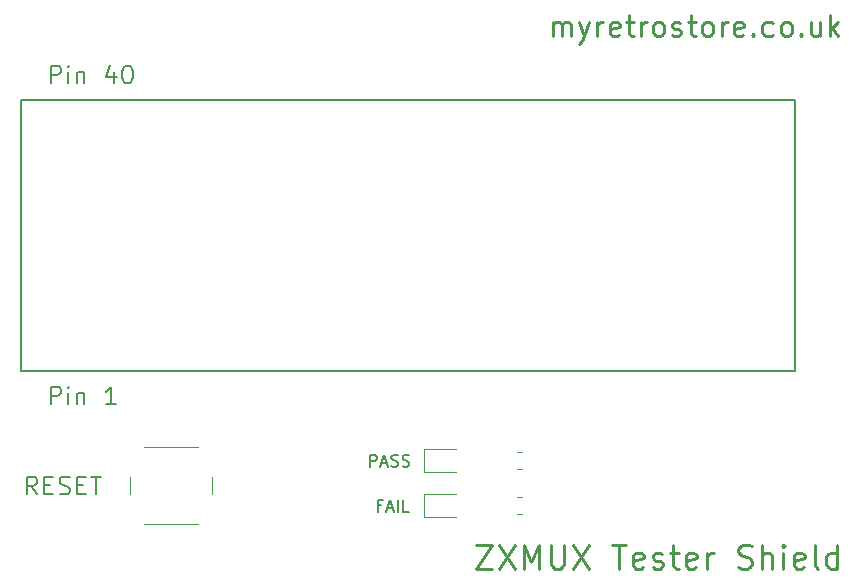
<source format=gbr>
G04 #@! TF.GenerationSoftware,KiCad,Pcbnew,8.0.4-unknown-202407162209~ee573a1480~ubuntu24.04.1*
G04 #@! TF.CreationDate,2024-08-25T10:10:19+01:00*
G04 #@! TF.ProjectId,ZXMUX Tester,5a584d55-5820-4546-9573-7465722e6b69,1.1*
G04 #@! TF.SameCoordinates,Original*
G04 #@! TF.FileFunction,Legend,Top*
G04 #@! TF.FilePolarity,Positive*
%FSLAX46Y46*%
G04 Gerber Fmt 4.6, Leading zero omitted, Abs format (unit mm)*
G04 Created by KiCad (PCBNEW 8.0.4-unknown-202407162209~ee573a1480~ubuntu24.04.1) date 2024-08-25 10:10:19*
%MOMM*%
%LPD*%
G01*
G04 APERTURE LIST*
%ADD10C,0.150000*%
%ADD11C,0.187500*%
%ADD12C,0.250000*%
%ADD13C,0.225000*%
%ADD14C,0.120000*%
%ADD15C,0.127000*%
G04 APERTURE END LIST*
D10*
X164166779Y-93976819D02*
X164166779Y-92976819D01*
X164166779Y-92976819D02*
X164547731Y-92976819D01*
X164547731Y-92976819D02*
X164642969Y-93024438D01*
X164642969Y-93024438D02*
X164690588Y-93072057D01*
X164690588Y-93072057D02*
X164738207Y-93167295D01*
X164738207Y-93167295D02*
X164738207Y-93310152D01*
X164738207Y-93310152D02*
X164690588Y-93405390D01*
X164690588Y-93405390D02*
X164642969Y-93453009D01*
X164642969Y-93453009D02*
X164547731Y-93500628D01*
X164547731Y-93500628D02*
X164166779Y-93500628D01*
X165119160Y-93691104D02*
X165595350Y-93691104D01*
X165023922Y-93976819D02*
X165357255Y-92976819D01*
X165357255Y-92976819D02*
X165690588Y-93976819D01*
X165976303Y-93929200D02*
X166119160Y-93976819D01*
X166119160Y-93976819D02*
X166357255Y-93976819D01*
X166357255Y-93976819D02*
X166452493Y-93929200D01*
X166452493Y-93929200D02*
X166500112Y-93881580D01*
X166500112Y-93881580D02*
X166547731Y-93786342D01*
X166547731Y-93786342D02*
X166547731Y-93691104D01*
X166547731Y-93691104D02*
X166500112Y-93595866D01*
X166500112Y-93595866D02*
X166452493Y-93548247D01*
X166452493Y-93548247D02*
X166357255Y-93500628D01*
X166357255Y-93500628D02*
X166166779Y-93453009D01*
X166166779Y-93453009D02*
X166071541Y-93405390D01*
X166071541Y-93405390D02*
X166023922Y-93357771D01*
X166023922Y-93357771D02*
X165976303Y-93262533D01*
X165976303Y-93262533D02*
X165976303Y-93167295D01*
X165976303Y-93167295D02*
X166023922Y-93072057D01*
X166023922Y-93072057D02*
X166071541Y-93024438D01*
X166071541Y-93024438D02*
X166166779Y-92976819D01*
X166166779Y-92976819D02*
X166404874Y-92976819D01*
X166404874Y-92976819D02*
X166547731Y-93024438D01*
X166928684Y-93929200D02*
X167071541Y-93976819D01*
X167071541Y-93976819D02*
X167309636Y-93976819D01*
X167309636Y-93976819D02*
X167404874Y-93929200D01*
X167404874Y-93929200D02*
X167452493Y-93881580D01*
X167452493Y-93881580D02*
X167500112Y-93786342D01*
X167500112Y-93786342D02*
X167500112Y-93691104D01*
X167500112Y-93691104D02*
X167452493Y-93595866D01*
X167452493Y-93595866D02*
X167404874Y-93548247D01*
X167404874Y-93548247D02*
X167309636Y-93500628D01*
X167309636Y-93500628D02*
X167119160Y-93453009D01*
X167119160Y-93453009D02*
X167023922Y-93405390D01*
X167023922Y-93405390D02*
X166976303Y-93357771D01*
X166976303Y-93357771D02*
X166928684Y-93262533D01*
X166928684Y-93262533D02*
X166928684Y-93167295D01*
X166928684Y-93167295D02*
X166976303Y-93072057D01*
X166976303Y-93072057D02*
X167023922Y-93024438D01*
X167023922Y-93024438D02*
X167119160Y-92976819D01*
X167119160Y-92976819D02*
X167357255Y-92976819D01*
X167357255Y-92976819D02*
X167500112Y-93024438D01*
D11*
X137132497Y-61528678D02*
X137132497Y-60028678D01*
X137132497Y-60028678D02*
X137703926Y-60028678D01*
X137703926Y-60028678D02*
X137846783Y-60100107D01*
X137846783Y-60100107D02*
X137918212Y-60171535D01*
X137918212Y-60171535D02*
X137989640Y-60314392D01*
X137989640Y-60314392D02*
X137989640Y-60528678D01*
X137989640Y-60528678D02*
X137918212Y-60671535D01*
X137918212Y-60671535D02*
X137846783Y-60742964D01*
X137846783Y-60742964D02*
X137703926Y-60814392D01*
X137703926Y-60814392D02*
X137132497Y-60814392D01*
X138632497Y-61528678D02*
X138632497Y-60528678D01*
X138632497Y-60028678D02*
X138561069Y-60100107D01*
X138561069Y-60100107D02*
X138632497Y-60171535D01*
X138632497Y-60171535D02*
X138703926Y-60100107D01*
X138703926Y-60100107D02*
X138632497Y-60028678D01*
X138632497Y-60028678D02*
X138632497Y-60171535D01*
X139346783Y-60528678D02*
X139346783Y-61528678D01*
X139346783Y-60671535D02*
X139418212Y-60600107D01*
X139418212Y-60600107D02*
X139561069Y-60528678D01*
X139561069Y-60528678D02*
X139775355Y-60528678D01*
X139775355Y-60528678D02*
X139918212Y-60600107D01*
X139918212Y-60600107D02*
X139989641Y-60742964D01*
X139989641Y-60742964D02*
X139989641Y-61528678D01*
X142489641Y-60528678D02*
X142489641Y-61528678D01*
X142132498Y-59957250D02*
X141775355Y-61028678D01*
X141775355Y-61028678D02*
X142703926Y-61028678D01*
X143561069Y-60028678D02*
X143703926Y-60028678D01*
X143703926Y-60028678D02*
X143846783Y-60100107D01*
X143846783Y-60100107D02*
X143918212Y-60171535D01*
X143918212Y-60171535D02*
X143989640Y-60314392D01*
X143989640Y-60314392D02*
X144061069Y-60600107D01*
X144061069Y-60600107D02*
X144061069Y-60957250D01*
X144061069Y-60957250D02*
X143989640Y-61242964D01*
X143989640Y-61242964D02*
X143918212Y-61385821D01*
X143918212Y-61385821D02*
X143846783Y-61457250D01*
X143846783Y-61457250D02*
X143703926Y-61528678D01*
X143703926Y-61528678D02*
X143561069Y-61528678D01*
X143561069Y-61528678D02*
X143418212Y-61457250D01*
X143418212Y-61457250D02*
X143346783Y-61385821D01*
X143346783Y-61385821D02*
X143275354Y-61242964D01*
X143275354Y-61242964D02*
X143203926Y-60957250D01*
X143203926Y-60957250D02*
X143203926Y-60600107D01*
X143203926Y-60600107D02*
X143275354Y-60314392D01*
X143275354Y-60314392D02*
X143346783Y-60171535D01*
X143346783Y-60171535D02*
X143418212Y-60100107D01*
X143418212Y-60100107D02*
X143561069Y-60028678D01*
X137132497Y-88706678D02*
X137132497Y-87206678D01*
X137132497Y-87206678D02*
X137703926Y-87206678D01*
X137703926Y-87206678D02*
X137846783Y-87278107D01*
X137846783Y-87278107D02*
X137918212Y-87349535D01*
X137918212Y-87349535D02*
X137989640Y-87492392D01*
X137989640Y-87492392D02*
X137989640Y-87706678D01*
X137989640Y-87706678D02*
X137918212Y-87849535D01*
X137918212Y-87849535D02*
X137846783Y-87920964D01*
X137846783Y-87920964D02*
X137703926Y-87992392D01*
X137703926Y-87992392D02*
X137132497Y-87992392D01*
X138632497Y-88706678D02*
X138632497Y-87706678D01*
X138632497Y-87206678D02*
X138561069Y-87278107D01*
X138561069Y-87278107D02*
X138632497Y-87349535D01*
X138632497Y-87349535D02*
X138703926Y-87278107D01*
X138703926Y-87278107D02*
X138632497Y-87206678D01*
X138632497Y-87206678D02*
X138632497Y-87349535D01*
X139346783Y-87706678D02*
X139346783Y-88706678D01*
X139346783Y-87849535D02*
X139418212Y-87778107D01*
X139418212Y-87778107D02*
X139561069Y-87706678D01*
X139561069Y-87706678D02*
X139775355Y-87706678D01*
X139775355Y-87706678D02*
X139918212Y-87778107D01*
X139918212Y-87778107D02*
X139989641Y-87920964D01*
X139989641Y-87920964D02*
X139989641Y-88706678D01*
X142632498Y-88706678D02*
X141775355Y-88706678D01*
X142203926Y-88706678D02*
X142203926Y-87206678D01*
X142203926Y-87206678D02*
X142061069Y-87420964D01*
X142061069Y-87420964D02*
X141918212Y-87563821D01*
X141918212Y-87563821D02*
X141775355Y-87635250D01*
X135957640Y-96326678D02*
X135457640Y-95612392D01*
X135100497Y-96326678D02*
X135100497Y-94826678D01*
X135100497Y-94826678D02*
X135671926Y-94826678D01*
X135671926Y-94826678D02*
X135814783Y-94898107D01*
X135814783Y-94898107D02*
X135886212Y-94969535D01*
X135886212Y-94969535D02*
X135957640Y-95112392D01*
X135957640Y-95112392D02*
X135957640Y-95326678D01*
X135957640Y-95326678D02*
X135886212Y-95469535D01*
X135886212Y-95469535D02*
X135814783Y-95540964D01*
X135814783Y-95540964D02*
X135671926Y-95612392D01*
X135671926Y-95612392D02*
X135100497Y-95612392D01*
X136600497Y-95540964D02*
X137100497Y-95540964D01*
X137314783Y-96326678D02*
X136600497Y-96326678D01*
X136600497Y-96326678D02*
X136600497Y-94826678D01*
X136600497Y-94826678D02*
X137314783Y-94826678D01*
X137886212Y-96255250D02*
X138100498Y-96326678D01*
X138100498Y-96326678D02*
X138457640Y-96326678D01*
X138457640Y-96326678D02*
X138600498Y-96255250D01*
X138600498Y-96255250D02*
X138671926Y-96183821D01*
X138671926Y-96183821D02*
X138743355Y-96040964D01*
X138743355Y-96040964D02*
X138743355Y-95898107D01*
X138743355Y-95898107D02*
X138671926Y-95755250D01*
X138671926Y-95755250D02*
X138600498Y-95683821D01*
X138600498Y-95683821D02*
X138457640Y-95612392D01*
X138457640Y-95612392D02*
X138171926Y-95540964D01*
X138171926Y-95540964D02*
X138029069Y-95469535D01*
X138029069Y-95469535D02*
X137957640Y-95398107D01*
X137957640Y-95398107D02*
X137886212Y-95255250D01*
X137886212Y-95255250D02*
X137886212Y-95112392D01*
X137886212Y-95112392D02*
X137957640Y-94969535D01*
X137957640Y-94969535D02*
X138029069Y-94898107D01*
X138029069Y-94898107D02*
X138171926Y-94826678D01*
X138171926Y-94826678D02*
X138529069Y-94826678D01*
X138529069Y-94826678D02*
X138743355Y-94898107D01*
X139386211Y-95540964D02*
X139886211Y-95540964D01*
X140100497Y-96326678D02*
X139386211Y-96326678D01*
X139386211Y-96326678D02*
X139386211Y-94826678D01*
X139386211Y-94826678D02*
X140100497Y-94826678D01*
X140529069Y-94826678D02*
X141386212Y-94826678D01*
X140957640Y-96326678D02*
X140957640Y-94826678D01*
D12*
X173170187Y-100612238D02*
X174503520Y-100612238D01*
X174503520Y-100612238D02*
X173170187Y-102612238D01*
X173170187Y-102612238D02*
X174503520Y-102612238D01*
X175074949Y-100612238D02*
X176408282Y-102612238D01*
X176408282Y-100612238D02*
X175074949Y-102612238D01*
X177170187Y-102612238D02*
X177170187Y-100612238D01*
X177170187Y-100612238D02*
X177836854Y-102040809D01*
X177836854Y-102040809D02*
X178503520Y-100612238D01*
X178503520Y-100612238D02*
X178503520Y-102612238D01*
X179455901Y-100612238D02*
X179455901Y-102231285D01*
X179455901Y-102231285D02*
X179551139Y-102421761D01*
X179551139Y-102421761D02*
X179646377Y-102517000D01*
X179646377Y-102517000D02*
X179836853Y-102612238D01*
X179836853Y-102612238D02*
X180217806Y-102612238D01*
X180217806Y-102612238D02*
X180408282Y-102517000D01*
X180408282Y-102517000D02*
X180503520Y-102421761D01*
X180503520Y-102421761D02*
X180598758Y-102231285D01*
X180598758Y-102231285D02*
X180598758Y-100612238D01*
X181360663Y-100612238D02*
X182693996Y-102612238D01*
X182693996Y-100612238D02*
X181360663Y-102612238D01*
X184693997Y-100612238D02*
X185836854Y-100612238D01*
X185265425Y-102612238D02*
X185265425Y-100612238D01*
X187265426Y-102517000D02*
X187074950Y-102612238D01*
X187074950Y-102612238D02*
X186693997Y-102612238D01*
X186693997Y-102612238D02*
X186503521Y-102517000D01*
X186503521Y-102517000D02*
X186408283Y-102326523D01*
X186408283Y-102326523D02*
X186408283Y-101564619D01*
X186408283Y-101564619D02*
X186503521Y-101374142D01*
X186503521Y-101374142D02*
X186693997Y-101278904D01*
X186693997Y-101278904D02*
X187074950Y-101278904D01*
X187074950Y-101278904D02*
X187265426Y-101374142D01*
X187265426Y-101374142D02*
X187360664Y-101564619D01*
X187360664Y-101564619D02*
X187360664Y-101755095D01*
X187360664Y-101755095D02*
X186408283Y-101945571D01*
X188122569Y-102517000D02*
X188313045Y-102612238D01*
X188313045Y-102612238D02*
X188693997Y-102612238D01*
X188693997Y-102612238D02*
X188884474Y-102517000D01*
X188884474Y-102517000D02*
X188979712Y-102326523D01*
X188979712Y-102326523D02*
X188979712Y-102231285D01*
X188979712Y-102231285D02*
X188884474Y-102040809D01*
X188884474Y-102040809D02*
X188693997Y-101945571D01*
X188693997Y-101945571D02*
X188408283Y-101945571D01*
X188408283Y-101945571D02*
X188217807Y-101850333D01*
X188217807Y-101850333D02*
X188122569Y-101659857D01*
X188122569Y-101659857D02*
X188122569Y-101564619D01*
X188122569Y-101564619D02*
X188217807Y-101374142D01*
X188217807Y-101374142D02*
X188408283Y-101278904D01*
X188408283Y-101278904D02*
X188693997Y-101278904D01*
X188693997Y-101278904D02*
X188884474Y-101374142D01*
X189551141Y-101278904D02*
X190313045Y-101278904D01*
X189836855Y-100612238D02*
X189836855Y-102326523D01*
X189836855Y-102326523D02*
X189932093Y-102517000D01*
X189932093Y-102517000D02*
X190122569Y-102612238D01*
X190122569Y-102612238D02*
X190313045Y-102612238D01*
X191741617Y-102517000D02*
X191551141Y-102612238D01*
X191551141Y-102612238D02*
X191170188Y-102612238D01*
X191170188Y-102612238D02*
X190979712Y-102517000D01*
X190979712Y-102517000D02*
X190884474Y-102326523D01*
X190884474Y-102326523D02*
X190884474Y-101564619D01*
X190884474Y-101564619D02*
X190979712Y-101374142D01*
X190979712Y-101374142D02*
X191170188Y-101278904D01*
X191170188Y-101278904D02*
X191551141Y-101278904D01*
X191551141Y-101278904D02*
X191741617Y-101374142D01*
X191741617Y-101374142D02*
X191836855Y-101564619D01*
X191836855Y-101564619D02*
X191836855Y-101755095D01*
X191836855Y-101755095D02*
X190884474Y-101945571D01*
X192693998Y-102612238D02*
X192693998Y-101278904D01*
X192693998Y-101659857D02*
X192789236Y-101469380D01*
X192789236Y-101469380D02*
X192884474Y-101374142D01*
X192884474Y-101374142D02*
X193074950Y-101278904D01*
X193074950Y-101278904D02*
X193265427Y-101278904D01*
X195360665Y-102517000D02*
X195646379Y-102612238D01*
X195646379Y-102612238D02*
X196122570Y-102612238D01*
X196122570Y-102612238D02*
X196313046Y-102517000D01*
X196313046Y-102517000D02*
X196408284Y-102421761D01*
X196408284Y-102421761D02*
X196503522Y-102231285D01*
X196503522Y-102231285D02*
X196503522Y-102040809D01*
X196503522Y-102040809D02*
X196408284Y-101850333D01*
X196408284Y-101850333D02*
X196313046Y-101755095D01*
X196313046Y-101755095D02*
X196122570Y-101659857D01*
X196122570Y-101659857D02*
X195741617Y-101564619D01*
X195741617Y-101564619D02*
X195551141Y-101469380D01*
X195551141Y-101469380D02*
X195455903Y-101374142D01*
X195455903Y-101374142D02*
X195360665Y-101183666D01*
X195360665Y-101183666D02*
X195360665Y-100993190D01*
X195360665Y-100993190D02*
X195455903Y-100802714D01*
X195455903Y-100802714D02*
X195551141Y-100707476D01*
X195551141Y-100707476D02*
X195741617Y-100612238D01*
X195741617Y-100612238D02*
X196217808Y-100612238D01*
X196217808Y-100612238D02*
X196503522Y-100707476D01*
X197360665Y-102612238D02*
X197360665Y-100612238D01*
X198217808Y-102612238D02*
X198217808Y-101564619D01*
X198217808Y-101564619D02*
X198122570Y-101374142D01*
X198122570Y-101374142D02*
X197932094Y-101278904D01*
X197932094Y-101278904D02*
X197646379Y-101278904D01*
X197646379Y-101278904D02*
X197455903Y-101374142D01*
X197455903Y-101374142D02*
X197360665Y-101469380D01*
X199170189Y-102612238D02*
X199170189Y-101278904D01*
X199170189Y-100612238D02*
X199074951Y-100707476D01*
X199074951Y-100707476D02*
X199170189Y-100802714D01*
X199170189Y-100802714D02*
X199265427Y-100707476D01*
X199265427Y-100707476D02*
X199170189Y-100612238D01*
X199170189Y-100612238D02*
X199170189Y-100802714D01*
X200884475Y-102517000D02*
X200693999Y-102612238D01*
X200693999Y-102612238D02*
X200313046Y-102612238D01*
X200313046Y-102612238D02*
X200122570Y-102517000D01*
X200122570Y-102517000D02*
X200027332Y-102326523D01*
X200027332Y-102326523D02*
X200027332Y-101564619D01*
X200027332Y-101564619D02*
X200122570Y-101374142D01*
X200122570Y-101374142D02*
X200313046Y-101278904D01*
X200313046Y-101278904D02*
X200693999Y-101278904D01*
X200693999Y-101278904D02*
X200884475Y-101374142D01*
X200884475Y-101374142D02*
X200979713Y-101564619D01*
X200979713Y-101564619D02*
X200979713Y-101755095D01*
X200979713Y-101755095D02*
X200027332Y-101945571D01*
X202122570Y-102612238D02*
X201932094Y-102517000D01*
X201932094Y-102517000D02*
X201836856Y-102326523D01*
X201836856Y-102326523D02*
X201836856Y-100612238D01*
X203741618Y-102612238D02*
X203741618Y-100612238D01*
X203741618Y-102517000D02*
X203551142Y-102612238D01*
X203551142Y-102612238D02*
X203170189Y-102612238D01*
X203170189Y-102612238D02*
X202979713Y-102517000D01*
X202979713Y-102517000D02*
X202884475Y-102421761D01*
X202884475Y-102421761D02*
X202789237Y-102231285D01*
X202789237Y-102231285D02*
X202789237Y-101659857D01*
X202789237Y-101659857D02*
X202884475Y-101469380D01*
X202884475Y-101469380D02*
X202979713Y-101374142D01*
X202979713Y-101374142D02*
X203170189Y-101278904D01*
X203170189Y-101278904D02*
X203551142Y-101278904D01*
X203551142Y-101278904D02*
X203741618Y-101374142D01*
D10*
X165135112Y-97263009D02*
X164801779Y-97263009D01*
X164801779Y-97786819D02*
X164801779Y-96786819D01*
X164801779Y-96786819D02*
X165277969Y-96786819D01*
X165611303Y-97501104D02*
X166087493Y-97501104D01*
X165516065Y-97786819D02*
X165849398Y-96786819D01*
X165849398Y-96786819D02*
X166182731Y-97786819D01*
X166516065Y-97786819D02*
X166516065Y-96786819D01*
X167468445Y-97786819D02*
X166992255Y-97786819D01*
X166992255Y-97786819D02*
X166992255Y-96786819D01*
D13*
X179646597Y-57553014D02*
X179646597Y-56353014D01*
X179646597Y-56524442D02*
X179732311Y-56438728D01*
X179732311Y-56438728D02*
X179903740Y-56353014D01*
X179903740Y-56353014D02*
X180160883Y-56353014D01*
X180160883Y-56353014D02*
X180332311Y-56438728D01*
X180332311Y-56438728D02*
X180418026Y-56610157D01*
X180418026Y-56610157D02*
X180418026Y-57553014D01*
X180418026Y-56610157D02*
X180503740Y-56438728D01*
X180503740Y-56438728D02*
X180675168Y-56353014D01*
X180675168Y-56353014D02*
X180932311Y-56353014D01*
X180932311Y-56353014D02*
X181103740Y-56438728D01*
X181103740Y-56438728D02*
X181189454Y-56610157D01*
X181189454Y-56610157D02*
X181189454Y-57553014D01*
X181875168Y-56353014D02*
X182303740Y-57553014D01*
X182732311Y-56353014D02*
X182303740Y-57553014D01*
X182303740Y-57553014D02*
X182132311Y-57981585D01*
X182132311Y-57981585D02*
X182046597Y-58067300D01*
X182046597Y-58067300D02*
X181875168Y-58153014D01*
X183418026Y-57553014D02*
X183418026Y-56353014D01*
X183418026Y-56695871D02*
X183503740Y-56524442D01*
X183503740Y-56524442D02*
X183589455Y-56438728D01*
X183589455Y-56438728D02*
X183760883Y-56353014D01*
X183760883Y-56353014D02*
X183932312Y-56353014D01*
X185218026Y-57467300D02*
X185046598Y-57553014D01*
X185046598Y-57553014D02*
X184703741Y-57553014D01*
X184703741Y-57553014D02*
X184532312Y-57467300D01*
X184532312Y-57467300D02*
X184446598Y-57295871D01*
X184446598Y-57295871D02*
X184446598Y-56610157D01*
X184446598Y-56610157D02*
X184532312Y-56438728D01*
X184532312Y-56438728D02*
X184703741Y-56353014D01*
X184703741Y-56353014D02*
X185046598Y-56353014D01*
X185046598Y-56353014D02*
X185218026Y-56438728D01*
X185218026Y-56438728D02*
X185303741Y-56610157D01*
X185303741Y-56610157D02*
X185303741Y-56781585D01*
X185303741Y-56781585D02*
X184446598Y-56953014D01*
X185818026Y-56353014D02*
X186503740Y-56353014D01*
X186075169Y-55753014D02*
X186075169Y-57295871D01*
X186075169Y-57295871D02*
X186160883Y-57467300D01*
X186160883Y-57467300D02*
X186332312Y-57553014D01*
X186332312Y-57553014D02*
X186503740Y-57553014D01*
X187103740Y-57553014D02*
X187103740Y-56353014D01*
X187103740Y-56695871D02*
X187189454Y-56524442D01*
X187189454Y-56524442D02*
X187275169Y-56438728D01*
X187275169Y-56438728D02*
X187446597Y-56353014D01*
X187446597Y-56353014D02*
X187618026Y-56353014D01*
X188475169Y-57553014D02*
X188303740Y-57467300D01*
X188303740Y-57467300D02*
X188218026Y-57381585D01*
X188218026Y-57381585D02*
X188132312Y-57210157D01*
X188132312Y-57210157D02*
X188132312Y-56695871D01*
X188132312Y-56695871D02*
X188218026Y-56524442D01*
X188218026Y-56524442D02*
X188303740Y-56438728D01*
X188303740Y-56438728D02*
X188475169Y-56353014D01*
X188475169Y-56353014D02*
X188732312Y-56353014D01*
X188732312Y-56353014D02*
X188903740Y-56438728D01*
X188903740Y-56438728D02*
X188989455Y-56524442D01*
X188989455Y-56524442D02*
X189075169Y-56695871D01*
X189075169Y-56695871D02*
X189075169Y-57210157D01*
X189075169Y-57210157D02*
X188989455Y-57381585D01*
X188989455Y-57381585D02*
X188903740Y-57467300D01*
X188903740Y-57467300D02*
X188732312Y-57553014D01*
X188732312Y-57553014D02*
X188475169Y-57553014D01*
X189760883Y-57467300D02*
X189932311Y-57553014D01*
X189932311Y-57553014D02*
X190275168Y-57553014D01*
X190275168Y-57553014D02*
X190446597Y-57467300D01*
X190446597Y-57467300D02*
X190532311Y-57295871D01*
X190532311Y-57295871D02*
X190532311Y-57210157D01*
X190532311Y-57210157D02*
X190446597Y-57038728D01*
X190446597Y-57038728D02*
X190275168Y-56953014D01*
X190275168Y-56953014D02*
X190018026Y-56953014D01*
X190018026Y-56953014D02*
X189846597Y-56867300D01*
X189846597Y-56867300D02*
X189760883Y-56695871D01*
X189760883Y-56695871D02*
X189760883Y-56610157D01*
X189760883Y-56610157D02*
X189846597Y-56438728D01*
X189846597Y-56438728D02*
X190018026Y-56353014D01*
X190018026Y-56353014D02*
X190275168Y-56353014D01*
X190275168Y-56353014D02*
X190446597Y-56438728D01*
X191046597Y-56353014D02*
X191732311Y-56353014D01*
X191303740Y-55753014D02*
X191303740Y-57295871D01*
X191303740Y-57295871D02*
X191389454Y-57467300D01*
X191389454Y-57467300D02*
X191560883Y-57553014D01*
X191560883Y-57553014D02*
X191732311Y-57553014D01*
X192589454Y-57553014D02*
X192418025Y-57467300D01*
X192418025Y-57467300D02*
X192332311Y-57381585D01*
X192332311Y-57381585D02*
X192246597Y-57210157D01*
X192246597Y-57210157D02*
X192246597Y-56695871D01*
X192246597Y-56695871D02*
X192332311Y-56524442D01*
X192332311Y-56524442D02*
X192418025Y-56438728D01*
X192418025Y-56438728D02*
X192589454Y-56353014D01*
X192589454Y-56353014D02*
X192846597Y-56353014D01*
X192846597Y-56353014D02*
X193018025Y-56438728D01*
X193018025Y-56438728D02*
X193103740Y-56524442D01*
X193103740Y-56524442D02*
X193189454Y-56695871D01*
X193189454Y-56695871D02*
X193189454Y-57210157D01*
X193189454Y-57210157D02*
X193103740Y-57381585D01*
X193103740Y-57381585D02*
X193018025Y-57467300D01*
X193018025Y-57467300D02*
X192846597Y-57553014D01*
X192846597Y-57553014D02*
X192589454Y-57553014D01*
X193960882Y-57553014D02*
X193960882Y-56353014D01*
X193960882Y-56695871D02*
X194046596Y-56524442D01*
X194046596Y-56524442D02*
X194132311Y-56438728D01*
X194132311Y-56438728D02*
X194303739Y-56353014D01*
X194303739Y-56353014D02*
X194475168Y-56353014D01*
X195760882Y-57467300D02*
X195589454Y-57553014D01*
X195589454Y-57553014D02*
X195246597Y-57553014D01*
X195246597Y-57553014D02*
X195075168Y-57467300D01*
X195075168Y-57467300D02*
X194989454Y-57295871D01*
X194989454Y-57295871D02*
X194989454Y-56610157D01*
X194989454Y-56610157D02*
X195075168Y-56438728D01*
X195075168Y-56438728D02*
X195246597Y-56353014D01*
X195246597Y-56353014D02*
X195589454Y-56353014D01*
X195589454Y-56353014D02*
X195760882Y-56438728D01*
X195760882Y-56438728D02*
X195846597Y-56610157D01*
X195846597Y-56610157D02*
X195846597Y-56781585D01*
X195846597Y-56781585D02*
X194989454Y-56953014D01*
X196618025Y-57381585D02*
X196703739Y-57467300D01*
X196703739Y-57467300D02*
X196618025Y-57553014D01*
X196618025Y-57553014D02*
X196532311Y-57467300D01*
X196532311Y-57467300D02*
X196618025Y-57381585D01*
X196618025Y-57381585D02*
X196618025Y-57553014D01*
X198246597Y-57467300D02*
X198075168Y-57553014D01*
X198075168Y-57553014D02*
X197732311Y-57553014D01*
X197732311Y-57553014D02*
X197560882Y-57467300D01*
X197560882Y-57467300D02*
X197475168Y-57381585D01*
X197475168Y-57381585D02*
X197389454Y-57210157D01*
X197389454Y-57210157D02*
X197389454Y-56695871D01*
X197389454Y-56695871D02*
X197475168Y-56524442D01*
X197475168Y-56524442D02*
X197560882Y-56438728D01*
X197560882Y-56438728D02*
X197732311Y-56353014D01*
X197732311Y-56353014D02*
X198075168Y-56353014D01*
X198075168Y-56353014D02*
X198246597Y-56438728D01*
X199275168Y-57553014D02*
X199103739Y-57467300D01*
X199103739Y-57467300D02*
X199018025Y-57381585D01*
X199018025Y-57381585D02*
X198932311Y-57210157D01*
X198932311Y-57210157D02*
X198932311Y-56695871D01*
X198932311Y-56695871D02*
X199018025Y-56524442D01*
X199018025Y-56524442D02*
X199103739Y-56438728D01*
X199103739Y-56438728D02*
X199275168Y-56353014D01*
X199275168Y-56353014D02*
X199532311Y-56353014D01*
X199532311Y-56353014D02*
X199703739Y-56438728D01*
X199703739Y-56438728D02*
X199789454Y-56524442D01*
X199789454Y-56524442D02*
X199875168Y-56695871D01*
X199875168Y-56695871D02*
X199875168Y-57210157D01*
X199875168Y-57210157D02*
X199789454Y-57381585D01*
X199789454Y-57381585D02*
X199703739Y-57467300D01*
X199703739Y-57467300D02*
X199532311Y-57553014D01*
X199532311Y-57553014D02*
X199275168Y-57553014D01*
X200646596Y-57381585D02*
X200732310Y-57467300D01*
X200732310Y-57467300D02*
X200646596Y-57553014D01*
X200646596Y-57553014D02*
X200560882Y-57467300D01*
X200560882Y-57467300D02*
X200646596Y-57381585D01*
X200646596Y-57381585D02*
X200646596Y-57553014D01*
X202275168Y-56353014D02*
X202275168Y-57553014D01*
X201503739Y-56353014D02*
X201503739Y-57295871D01*
X201503739Y-57295871D02*
X201589453Y-57467300D01*
X201589453Y-57467300D02*
X201760882Y-57553014D01*
X201760882Y-57553014D02*
X202018025Y-57553014D01*
X202018025Y-57553014D02*
X202189453Y-57467300D01*
X202189453Y-57467300D02*
X202275168Y-57381585D01*
X203132310Y-57553014D02*
X203132310Y-55753014D01*
X203303739Y-56867300D02*
X203818024Y-57553014D01*
X203818024Y-56353014D02*
X203132310Y-57038728D01*
D14*
G04 #@! TO.C,SW1*
X143820000Y-94819600D02*
X143820000Y-96319600D01*
X145070000Y-98819600D02*
X149570000Y-98819600D01*
X149570000Y-92319600D02*
X145070000Y-92319600D01*
X150820000Y-96319600D02*
X150820000Y-94819600D01*
G04 #@! TO.C,D2*
X168732500Y-96322000D02*
X168732500Y-98242000D01*
X168732500Y-98242000D02*
X171417500Y-98242000D01*
X171417500Y-96322000D02*
X168732500Y-96322000D01*
G04 #@! TO.C,R1*
X177027064Y-92737000D02*
X176572936Y-92737000D01*
X177027064Y-94207000D02*
X176572936Y-94207000D01*
G04 #@! TO.C,R2*
X177027064Y-96547000D02*
X176572936Y-96547000D01*
X177027064Y-98017000D02*
X176572936Y-98017000D01*
G04 #@! TO.C,D1*
X168732500Y-92512000D02*
X168732500Y-94432000D01*
X168732500Y-94432000D02*
X171417500Y-94432000D01*
X171417500Y-92512000D02*
X168732500Y-92512000D01*
D15*
G04 #@! TO.C,U1*
X134635600Y-62972000D02*
X134635600Y-85872000D01*
X134635600Y-85872000D02*
X200135600Y-85872000D01*
X200135600Y-62972000D02*
X134635600Y-62972000D01*
X200135600Y-85872000D02*
X200135600Y-62972000D01*
G04 #@! TD*
M02*

</source>
